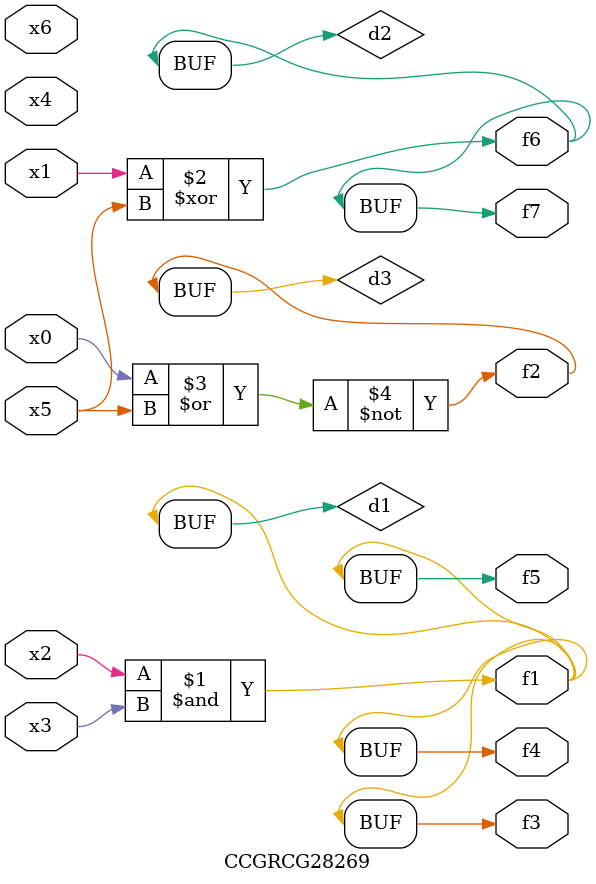
<source format=v>
module CCGRCG28269(
	input x0, x1, x2, x3, x4, x5, x6,
	output f1, f2, f3, f4, f5, f6, f7
);

	wire d1, d2, d3;

	and (d1, x2, x3);
	xor (d2, x1, x5);
	nor (d3, x0, x5);
	assign f1 = d1;
	assign f2 = d3;
	assign f3 = d1;
	assign f4 = d1;
	assign f5 = d1;
	assign f6 = d2;
	assign f7 = d2;
endmodule

</source>
